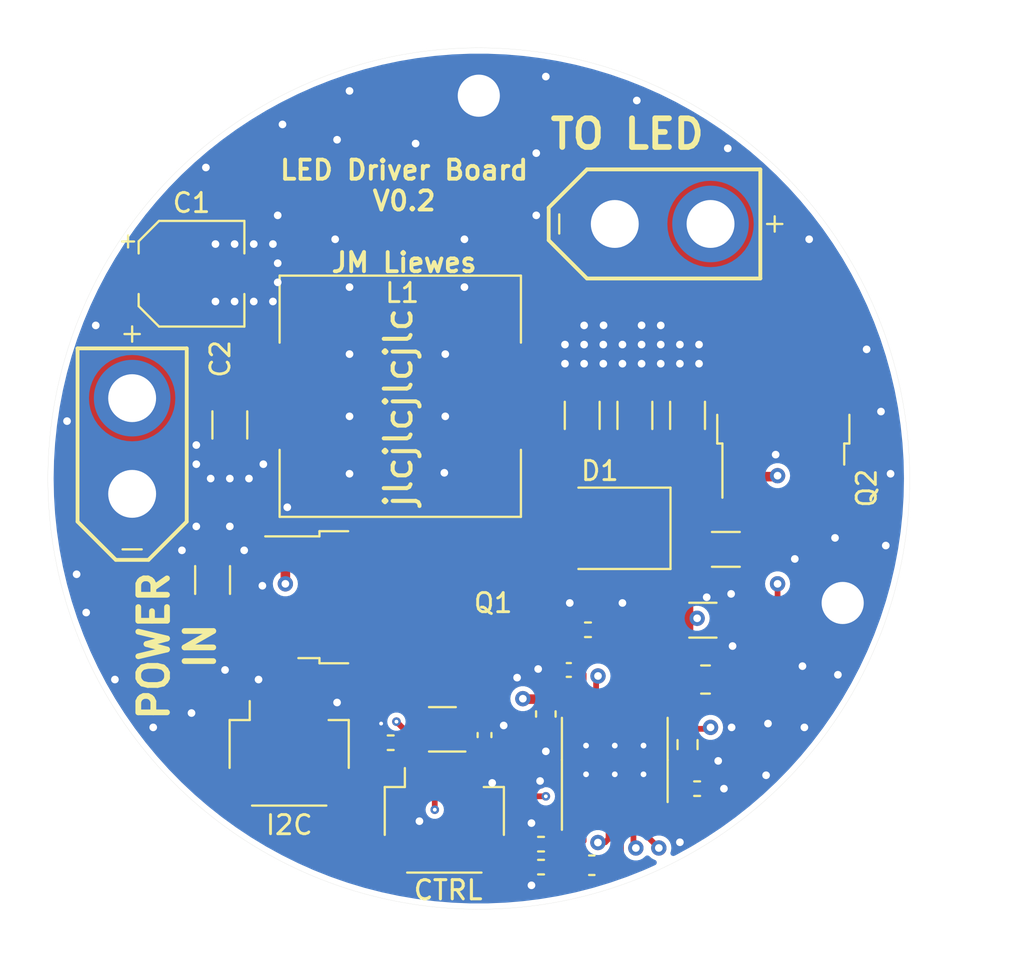
<source format=kicad_pcb>
(kicad_pcb (version 20211014) (generator pcbnew)
  (layers (0 "F.Cu" signal "F.Cu (Signal)") (1 "In1.Cu" power "In1.Cu (GND") (2 "In2.Cu" power "In2.Cu (GND)") (3 "In3.Cu" power "In3.Cu (GND)") (4 "In4.Cu" signal "In4.Cu(Signal)") (31 "B.Cu" power "B.Cu (GND)") (34 "B.Paste" user) (35 "F.Paste" user) (36 "B.SilkS" user "B.Silkscreen") (37 "F.SilkS" user "F.Silkscreen") (38 "B.Mask" user) (39 "F.Mask" user) (44 "Edge.Cuts" user))
  (net 0 "")
  (net 1 "GND")
  (net 2 "/VCC")
  (net 3 "/COMP")
  (net 4 "/RCS")
  (net 5 "/NDRV")
  (net 6 "/!DIMOUT")
  (net 7 "/ICTRL")
  (net 8 "/RT{slash}SYNC")
  (net 9 "/CS")
  (net 10 "/ISENSE-")
  (net 11 "/OPV")
  (net 12 "/comp_RC")
  (net 13 "/ISENSE+")
  (net 14 "/IN")
  (net 15 "/LED+")
  (net 16 "/!FTL")
  (net 17 "/PWMDIM")
  (net 18 "/V-out")
  (net 19 "/L-out")
  (net 20 "/Vout-FET")
  (net 21 "+3V3")
  (net 22 "/I2C_SDA")
  (net 23 "/I2C_SCL")
  (net 24 "/divider_high")
  (footprint "Package_TO_SOT_SMD:SOT-363_SC-70-6" (layer "F.Cu") (at 148.1 113.1 180)
    (fp_text reference "UR1")
    (fp_text value "MCP4018T-104E")
    (fp_line (start 0.7 -1.16) (end -1.2 -1.16) (layer "F.SilkS") (width 0.12))
    (fp_line (start -0.7 1.16) (end 0.7 1.16) (layer "F.SilkS") (width 0.12))
    (pad "1" smd rect (at -0.95 -0.65 180) (size 0.65 0.4) (layers "F.Cu" "F.Paste" "F.Mask") (net 21 "+3V3"))
    (pad "2" smd rect (at -0.95 0 180) (size 0.65 0.4) (layers "F.Cu" "F.Paste" "F.Mask") (net 1 "GND"))
    (pad "3" smd rect (at -0.95 0.65 180) (size 0.65 0.4) (layers "F.Cu" "F.Paste" "F.Mask") (net 23 "/I2C_SCL"))
    (pad "4" smd rect (at 0.95 0.65 180) (size 0.65 0.4) (layers "F.Cu" "F.Paste" "F.Mask") (net 22 "/I2C_SDA"))
    (pad "5" smd rect (at 0.95 0 180) (size 0.65 0.4) (layers "F.Cu" "F.Paste" "F.Mask") (net 7 "/ICTRL"))
    (pad "6" smd rect (at 0.95 -0.65 180) (size 0.65 0.4) (layers "F.Cu" "F.Paste" "F.Mask") (net 24 "/divider_high"))
  )
  (footprint "Resistor_SMD:R_0805_2012Metric" (layer "F.Cu") (at 161.8375 110.5)
    (fp_text reference "R7")
    (fp_text value "100R")
    (fp_line (start -0.227064 0.735) (end 0.227064 0.735) (layer "F.SilkS") (width 0.12))
    (fp_line (start -0.227064 -0.735) (end 0.227064 -0.735) (layer "F.SilkS") (width 0.12))
    (pad "1" smd roundrect (at -0.9125 0) (size 1.025 1.4) (layers "F.Cu" "F.Paste" "F.Mask") (roundrect_rratio 0.243902) (net 10 "/ISENSE-"))
    (pad "2" smd roundrect (at 0.9125 0) (size 1.025 1.4) (layers "F.Cu" "F.Paste" "F.Mask") (roundrect_rratio 0.243902) (net 20 "/Vout-FET"))
  )
  (footprint "Connector_JST:JST_SH_SM04B-SRSS-TB_1x04-1MP_P1.00mm_Horizontal" (layer "F.Cu") (at 148.2 117.9)
    (fp_text reference "J4")
    (fp_text value "JST_SM04B")
    (fp_line (start -3.11 -1.785) (end -2.06 -1.785) (layer "F.SilkS") (width 0.12))
    (fp_line (start -1.94 2.685) (end 1.94 2.685) (layer "F.SilkS") (width 0.12))
    (fp_line (start 3.11 -1.785) (end 2.06 -1.785) (layer "F.SilkS") (width 0.12))
    (fp_line (start 3.11 0.715) (end 3.11 -1.785) (layer "F.SilkS") (width 0.12))
    (fp_line (start -2.06 -1.785) (end -2.06 -2.775) (layer "F.SilkS") (width 0.12))
    (fp_line (start -3.11 0.715) (end -3.11 -1.785) (layer "F.SilkS") (width 0.12))
    (pad "1" smd roundrect (at -1.5 -2) (size 0.6 1.55) (layers "F.Cu" "F.Paste" "F.Mask") (net 21 "+3V3"))
    (pad "2" smd roundrect (at -0.5 -2) (size 0.6 1.55) (layers "F.Cu" "F.Paste" "F.Mask") (net 16 "/!FTL"))
    (pad "3" smd roundrect (at 0.5 -2) (size 0.6 1.55) (layers "F.Cu" "F.Paste" "F.Mask") (net 17 "/PWMDIM"))
    (pad "4" smd roundrect (at 1.5 -2) (size 0.6 1.55) (layers "F.Cu" "F.Paste" "F.Mask") (net 1 "GND"))
    (pad "MP" smd roundrect (at -2.8 1.875) (size 1.2 1.8) (layers "F.Cu" "F.Paste" "F.Mask") (roundrect_rratio 0.208333))
    (pad "MP" smd roundrect (at 2.8 1.875) (size 1.2 1.8) (layers "F.Cu" "F.Paste" "F.Mask") (roundrect_rratio 0.208333))
  )
  (footprint "Eldalote-footprints:XT30_Female" (layer "F.Cu") (at 159.6 86.7)
    (fp_text reference "J2")
    (fp_text value "XT30")
    (fp_line (start 5.1 -2.85) (end -3.95 -2.85) (layer "F.SilkS") (width 0.2))
    (fp_line (start 5.1 2.85) (end -3.95 2.85) (layer "F.SilkS") (width 0.2))
    (fp_line (start -5.95 0.85) (end -3.95 2.85) (layer "F.SilkS") (width 0.2))
    (fp_line (start -5.4 0.5) (end -5.4 -0.5) (layer "F.SilkS") (width 0.12))
    (fp_line (start -5.95 -0.85) (end -5.95 0.85) (layer "F.SilkS") (width 0.2))
    (fp_line (start 5.1 -2.85) (end 5.1 2.85) (layer "F.SilkS") (width 0.2))
    (fp_line (start 5.45 0) (end 6.25 0) (layer "F.SilkS") (width 0.12))
    (fp_line (start 5.85 -0.4) (end 5.85 0.4) (layer "F.SilkS") (width 0.12))
    (fp_line (start -5.95 -0.85) (end -3.95 -2.85) (layer "F.SilkS") (width 0.2))
    (pad "1" thru_hole circle (at -2.5 0) (size 4 4) (drill 2.5) (layers *.Cu *.Mask) (net 1 "GND"))
    (pad "2" thru_hole circle (at 2.5 0) (size 4 4) (drill 2.5) (layers *.Cu *.Mask) (net 15 "/LED+"))
  )
  (footprint "Capacitor_SMD:C_1206_3216Metric" (layer "F.Cu") (at 161.7 107.4)
    (fp_text reference "C9")
    (fp_text value "4u7")
    (fp_line (start -0.711252 0.91) (end 0.711252 0.91) (layer "F.SilkS") (width 0.12))
    (fp_line (start -0.711252 -0.91) (end 0.711252 -0.91) (layer "F.SilkS") (width 0.12))
    (pad "1" smd roundrect (at -1.475 0) (size 1.15 1.8) (layers "F.Cu" "F.Paste" "F.Mask") (roundrect_rratio 0.217391) (net 18 "/V-out"))
    (pad "2" smd roundrect (at 1.475 0) (size 1.15 1.8) (layers "F.Cu" "F.Paste" "F.Mask") (roundrect_rratio 0.217391) (net 1 "GND"))
  )
  (footprint "Eldalote-footprints:SRP-1265C" (layer "F.Cu") (at 145.9 95.7)
    (fp_text reference "L1" (at 0.1 -5.4 unlocked) (layer "F.SilkS"))
    (fp_text value "6u8")
    (fp_line (start 6.3 -6.3) (end -6.3 -6.3) (layer "F.SilkS") (width 0.12))
    (fp_line (start -6.3 -6.3) (end -6.3 -2.8) (layer "F.SilkS") (width 0.12))
    (fp_line (start -6.3 6.3) (end -6.3 2.8) (layer "F.SilkS") (width 0.12))
    (fp_line (start 6.3 6.3) (end -6.3 6.3) (layer "F.SilkS") (width 0.12))
    (fp_line (start 6.3 -6.3) (end 6.3 -2.8) (layer "F.SilkS") (width 0.12))
    (fp_line (start 6.3 6.3) (end 6.3 2.8) (layer "F.SilkS") (width 0.12))
    (pad "1" smd rect (at -5.625 0) (size 3.25 5) (layers "F.Cu" "F.Paste" "F.Mask") (net 14 "/IN"))
    (pad "2" smd rect (at 5.625 0) (size 3.25 5) (layers "F.Cu" "F.Paste" "F.Mask") (net 19 "/L-out"))
  )
  (footprint "Capacitor_SMD:C_1206_3216Metric" (layer "F.Cu") (at 158.15 96.7 90)
    (fp_text reference "C7")
    (fp_text value "4u7")
    (fp_line (start -0.711252 -0.91) (end 0.711252 -0.91) (layer "F.SilkS") (width 0.12))
    (fp_line (start -0.711252 0.91) (end 0.711252 0.91) (layer "F.SilkS") (width 0.12))
    (pad "1" smd roundrect (at -1.475 0 90) (size 1.15 1.8) (layers "F.Cu" "F.Paste" "F.Mask") (roundrect_rratio 0.217391) (net 18 "/V-out"))
    (pad "2" smd roundrect (at 1.475 0 90) (size 1.15 1.8) (layers "F.Cu" "F.Paste" "F.Mask") (roundrect_rratio 0.217391) (net 1 "GND"))
  )
  (footprint "Capacitor_SMD:C_0603_1608Metric" (layer "F.Cu") (at 155.9 120.2 180)
    (fp_text reference "C5")
    (fp_text value "220n")
    (fp_line (start -0.14058 -0.51) (end 0.14058 -0.51) (layer "F.SilkS") (width 0.12))
    (fp_line (start -0.14058 0.51) (end 0.14058 0.51) (layer "F.SilkS") (width 0.12))
    (pad "1" smd roundrect (at -0.775 0 180) (size 0.9 0.95) (layers "F.Cu" "F.Paste" "F.Mask") (net 3 "/COMP"))
    (pad "2" smd roundrect (at 0.775 0 180) (size 0.9 0.95) (layers "F.Cu" "F.Paste" "F.Mask") (net 12 "/comp_RC"))
  )
  (footprint "Resistor_SMD:R_1206_3216Metric" (layer "F.Cu") (at 136.1 105.3 -90)
    (fp_text reference "R9")
    (fp_text value "51m")
    (fp_line (start -0.727064 0.91) (end 0.727064 0.91) (layer "F.SilkS") (width 0.12))
    (fp_line (start -0.727064 -0.91) (end 0.727064 -0.91) (layer "F.SilkS") (width 0.12))
    (pad "1" smd roundrect (at -1.4625 0 270) (size 1.125 1.75) (layers "F.Cu" "F.Paste" "F.Mask") (roundrect_rratio 0.222222) (net 1 "GND"))
    (pad "2" smd roundrect (at 1.4625 0 270) (size 1.125 1.75) (layers "F.Cu" "F.Paste" "F.Mask") (roundrect_rratio 0.222222) (net 4 "/RCS"))
  )
  (footprint "MountingHole:MountingHole_2.2mm_M2" (layer "F.Cu") (at 150 80)
    (fp_text reference "REF**")
    (fp_text value "MountingHole_2.2mm_M2")
    (pad "" np_thru_hole circle (at 0 0) (size 2.2 2.2) (drill 2.2) (layers *.Cu *.Mask))
  )
  (footprint "Resistor_SMD:R_0603_1608Metric" (layer "F.Cu") (at 160.9 113.9 90)
    (fp_text reference "R5")
    (fp_text value "5M1")
    (fp_line (start -0.237258 -0.5225) (end 0.237258 -0.5225) (layer "F.SilkS") (width 0.12))
    (fp_line (start -0.237258 0.5225) (end 0.237258 0.5225) (layer "F.SilkS") (width 0.12))
    (pad "1" smd roundrect (at -0.825 0 90) (size 0.8 0.95) (layers "F.Cu" "F.Paste" "F.Mask") (net 11 "/OPV"))
    (pad "2" smd roundrect (at 0.825 0 90) (size 0.8 0.95) (layers "F.Cu" "F.Paste" "F.Mask") (net 18 "/V-out"))
  )
  (footprint "Capacitor_SMD:CP_Elec_5x5.3" (layer "F.Cu") (at 135 89.3)
    (fp_text reference "C1" (at 0 -3.7) (layer "F.SilkS"))
    (fp_text value "22u")
    (fp_line (start 2.76 -2.76) (end 2.76 -1.06) (layer "F.SilkS") (width 0.12))
    (fp_line (start -2.76 1.695563) (end -2.76 1.06) (layer "F.SilkS") (width 0.12))
    (fp_line (start -2.76 -1.695563) (end -2.76 -1.06) (layer "F.SilkS") (width 0.12))
    (fp_line (start -2.76 1.695563) (end -1.695563 2.76) (layer "F.SilkS") (width 0.12))
    (fp_line (start -1.695563 -2.76) (end 2.76 -2.76) (layer "F.SilkS") (width 0.12))
    (fp_line (start -2.76 -1.695563) (end -1.695563 -2.76) (layer "F.SilkS") (width 0.12))
    (fp_line (start -3.3125 -1.9975) (end -3.3125 -1.3725) (layer "F.SilkS") (width 0.12))
    (fp_line (start -3.625 -1.685) (end -3 -1.685) (layer "F.SilkS") (width 0.12))
    (fp_line (start -1.695563 2.76) (end 2.76 2.76) (layer "F.SilkS") (width 0.12))
    (fp_line (start 2.76 2.76) (end 2.76 1.06) (layer "F.SilkS") (width 0.12))
    (pad "1" smd roundrect (at -2.2 0) (size 3 1.6) (layers "F.Cu" "F.Paste" "F.Mask") (roundrect_rratio 0.15625) (net 14 "/IN"))
    (pad "2" smd roundrect (at 2.2 0) (size 3 1.6) (layers "F.Cu" "F.Paste" "F.Mask") (roundrect_rratio 0.15625) (net 1 "GND"))
  )
  (footprint "Capacitor_SMD:C_0402_1005Metric" (layer "F.Cu") (at 150.3 113.4 90)
    (fp_text reference "C10")
    (fp_text value "100n")
    (fp_line (start -0.107836 0.36) (end 0.107836 0.36) (layer "F.SilkS") (width 0.12))
    (fp_line (start -0.107836 -0.36) (end 0.107836 -0.36) (layer "F.SilkS") (width 0.12))
    (pad "1" smd roundrect (at -0.48 0 90) (size 0.56 0.62) (layers "F.Cu" "F.Paste" "F.Mask") (net 21 "+3V3"))
    (pad "2" smd roundrect (at 0.48 0 90) (size 0.56 0.62) (layers "F.Cu" "F.Paste" "F.Mask") (net 1 "GND"))
  )
  (footprint "Package_SO:HTSSOP-16-1EP_4.4x5mm_P0.65mm_EP3.4x5mm_Mask2.46x2.31mm_ThermalVias" (layer "F.Cu") (at 157.1 114.7 90)
    (fp_text reference "U1")
    (fp_text value "MAX16833")
    (fp_line (start 0 2.76) (end -2.2 2.76) (layer "F.SilkS") (width 0.12))
    (fp_line (start 0 -2.76) (end 2.2 -2.76) (layer "F.SilkS") (width 0.12))
    (fp_line (start 0 -2.76) (end -3.65 -2.76) (layer "F.SilkS") (width 0.12))
    (fp_line (start 0 2.76) (end 2.2 2.76) (layer "F.SilkS") (width 0.12))
    (pad "1" smd roundrect (at -2.8625 -2.275 90) (size 1.575 0.4) (layers "F.Cu" "F.Paste" "F.Mask") (net 1 "GND"))
    (pad "2" smd roundrect (at -2.8625 -1.625 90) (size 1.575 0.4) (layers "F.Cu" "F.Paste" "F.Mask") (net 8 "/RT{slash}SYNC"))
    (pad "3" smd roundrect (at -2.8625 -0.975 90) (size 1.575 0.4) (layers "F.Cu" "F.Paste" "F.Mask") (net 1 "GND"))
    (pad "4" smd roundrect (at -2.8625 -0.325 90) (size 1.575 0.4) (layers "F.Cu" "F.Paste" "F.Mask") (net 7 "/ICTRL"))
    (pad "5" smd roundrect (at -2.8625 0.325 90) (size 1.575 0.4) (layers "F.Cu" "F.Paste" "F.Mask") (net 3 "/COMP"))
    (pad "6" smd roundrect (at -2.8625 0.975 90) (size 1.575 0.4) (layers "F.Cu" "F.Paste" "F.Mask") (net 16 "/!FTL"))
    (pad "7" smd roundrect (at -2.8625 1.625 90) (size 1.575 0.4) (layers "F.Cu" "F.Paste" "F.Mask") (net 17 "/PWMDIM"))
    (pad "8" smd roundrect (at -2.8625 2.275 90) (size 1.575 0.4) (layers "F.Cu" "F.Paste" "F.Mask") (net 11 "/OPV"))
    (pad "9" smd roundrect (at 2.8625 2.275 90) (size 1.575 0.4) (layers "F.Cu" "F.Paste" "F.Mask") (net 6 "/!DIMOUT"))
    (pad "10" smd roundrect (at 2.8625 1.625 90) (size 1.575 0.4) (layers "F.Cu" "F.Paste" "F.Mask") (net 10 "/ISENSE-"))
    (pad "11" smd roundrect (at 2.8625 0.975 90) (size 1.575 0.4) (layers "F.Cu" "F.Paste" "F.Mask") (net 13 "/ISENSE+"))
    (pad "12" smd roundrect (at 2.8625 0.325 90) (size 1.575 0.4) (layers "F.Cu" "F.Paste" "F.Mask") (net 9 "/CS"))
    (pad "13" smd roundrect (at 2.8625 -0.325 90) (size 1.575 0.4) (layers "F.Cu" "F.Paste" "F.Mask") (net 1 "GND"))
    (pad "14" smd roundrect (at 2.8625 -0.975 90) (size 1.575 0.4) (layers "F.Cu" "F.Paste" "F.Mask") (net 5 "/NDRV"))
    (pad "15" smd roundrect (at 2.8625 -1.625 90) (size 1.575 0.4) (layers "F.Cu" "F.Paste" "F.Mask") (net 2 "/VCC"))
    (pad "16" smd roundrect (at 2.8625 -2.275 90) (size 1.575 0.4) (layers "F.Cu" "F.Paste" "F.Mask") (net 14 "/IN"))
    (pad "17" thru_hole circle (at 0.75 1.5 90) (size 0.7 0.7) (drill 0.3) (layers *.Cu) (net 1 "GND"))
    (pad "17" thru_hole circle (at 0.75 -1.5 90) (size 0.7 0.7) (drill 0.3) (layers *.Cu) (net 1 "GND"))
    (pad "17" thru_hole circle (at -0.75 -1.5 90) (size 0.7 0.7) (drill 0.3) (layers *.Cu) (net 1 "GND"))
    (pad "17" thru_hole circle (at -0.75 1.5 90) (size 0.7 0.7) (drill 0.3) (layers *.Cu) (net 1 "GND"))
    (pad "17" smd rect (at 0 0 90) (size 2 3.5) (layers "B.Cu") (net 1 "GND"))
    (pad "17" thru_hole circle (at -0.75 0 90) (size 0.7 0.7) (drill 0.3) (layers *.Cu) (net 1 "GND"))
    (pad "17" smd rect (at 0 0 90) (size 3.4 5) (layers "F.Cu") (net 1 "GND"))
    (pad "17" thru_hole circle (at 0.75 0 90) (size 0.7 0.7) (drill 0.3) (layers *.Cu) (net 1 "GND"))
  )
  (footprint "Resistor_SMD:R_0402_1005Metric" (layer "F.Cu") (at 153.25 120.3)
    (fp_text reference "R8")
    (fp_text value "910R")
    (fp_line (start -0.153641 0.38) (end 0.153641 0.38) (layer "F.SilkS") (width 0.12))
    (fp_line (start -0.153641 -0.38) (end 0.153641 -0.38) (layer "F.SilkS") (width 0.12))
    (pad "1" smd roundrect (at -0.51 0) (size 0.54 0.64) (layers "F.Cu" "F.Paste" "F.Mask") (net 1 "GND"))
    (pad "2" smd roundrect (at 0.51 0) (size 0.54 0.64) (layers "F.Cu" "F.Paste" "F.Mask") (net 12 "/comp_RC"))
  )
  (footprint "Resistor_SMD:R_1206_3216Metric" (layer "F.Cu") (at 162.9 103.7 180)
    (fp_text reference "R6")
    (fp_text value "330m")
    (fp_line (start -0.727064 0.91) (end 0.727064 0.91) (layer "F.SilkS") (width 0.12))
    (fp_line (start -0.727064 -0.91) (end 0.727064 -0.91) (layer "F.SilkS") (width 0.12))
    (pad "1" smd roundrect (at -1.4625 0 180) (size 1.125 1.75) (layers "F.Cu" "F.Paste" "F.Mask") (roundrect_rratio 0.222222) (net 20 "/Vout-FET"))
    (pad "2" smd roundrect (at 1.4625 0 180) (size 1.125 1.75) (layers "F.Cu" "F.Paste" "F.Mask") (roundrect_rratio 0.222222) (net 18 "/V-out"))
  )
  (footprint "Capacitor_SMD:C_1206_3216Metric" (layer "F.Cu") (at 155.4 96.7 90)
    (fp_text reference "C8")
    (fp_text value "4u7")
    (fp_line (start -0.711252 0.91) (end 0.711252 0.91) (layer "F.SilkS") (width 0.12))
    (fp_line (start -0.711252 -0.91) (end 0.711252 -0.91) (layer "F.SilkS") (width 0.12))
    (pad "1" smd roundrect (at -1.475 0 90) (size 1.15 1.8) (layers "F.Cu" "F.Paste" "F.Mask") (roundrect_rratio 0.217391) (net 18 "/V-out"))
    (pad "2" smd roundrect (at 1.475 0 90) (size 1.15 1.8) (layers "F.Cu" "F.Paste" "F.Mask") (roundrect_rratio 0.217391) (net 1 "GND"))
  )
  (footprint "Eldalote-footprints:XT30" (layer "F.Cu") (at 131.9 98.3 90)
    (fp_text reference "J1")
    (fp_text value "XT30")
    (fp_line (start 5.1 -2.85) (end 5.1 2.85) (layer "F.SilkS") (width 0.2))
    (fp_line (start -5.95 -0.85) (end -5.95 0.85) (layer "F.SilkS") (width 0.2))
    (fp_line (start 5.1 -2.85) (end -3.95 -2.85) (layer "F.SilkS") (width 0.2))
    (fp_line (start -5.95 0.85) (end -3.95 2.85) (layer "F.SilkS") (width 0.2))
    (fp_line (start -5.95 -0.85) (end -3.95 -2.85) (layer "F.SilkS") (width 0.2))
    (fp_line (start 5.45 0) (end 6.25 0) (layer "F.SilkS") (width 0.12))
    (fp_line (start 5.1 2.85) (end -3.95 2.85) (layer "F.SilkS") (width 0.2))
    (fp_line (start 5.85 -0.4) (end 5.85 0.4) (layer "F.SilkS") (width 0.12))
    (fp_line (start -5.4 0.5) (end -5.4 -0.5) (layer "F.SilkS") (width 0.12))
    (pad "1" thru_hole circle (at -2.5 0 90) (size 4 4) (drill 2.5) (layers *.Cu *.Mask) (net 1 "GND"))
    (pad "2" thru_hole circle (at 2.5 0 90) (size 4 4) (drill 2.5) (layers *.Cu *.Mask) (net 14 "/IN"))
  )
  (footprint "Resistor_SMD:R_0402_1005Metric" (layer "F.Cu") (at 153.25 119.1)
    (fp_text reference "R1")
    (fp_text value "7k32")
    (fp_line (start -0.153641 0.38) (end 0.153641 0.38) (layer "F.SilkS") (width 0.12))
    (fp_line (start -0.153641 -0.38) (end 0.153641 -0.38) (layer "F.SilkS") (width 0.12))
    (pad "1" smd roundrect (at -0.51 0) (size 0.54 0.64) (layers "F.Cu" "F.Paste" "F.Mask") (net 1 "GND"))
    (pad "2" smd roundrect (at 0.51 0) (size 0.54 0.64) (layers "F.Cu" "F.Paste" "F.Mask") (net 8 "/RT{slash}SYNC"))
  )
  (footprint "Capacitor_SMD:C_0603_1608Metric" (layer "F.Cu") (at 153.5 112.3 -90)
    (fp_text reference "C3")
    (fp_text value "100n")
    (fp_line (start -0.14058 -0.51) (end 0.14058 -0.51) (layer "F.SilkS") (width 0.12))
    (fp_line (start -0.14058 0.51) (end 0.14058 0.51) (layer "F.SilkS") (width 0.12))
    (pad "1" smd roundrect (at -0.775 0 270) (size 0.9 0.95) (layers "F.Cu" "F.Paste" "F.Mask") (net 14 "/IN"))
    (pad "2" smd roundrect (at 0.775 0 270) (size 0.9 0.95) (layers "F.Cu" "F.Paste" "F.Mask") (net 1 "GND"))
  )
  (footprint "Resistor_SMD:R_0402_1005Metric" (layer "F.Cu") (at 145.4 113.8 180)
    (fp_text reference "R2")
    (fp_text value "100k")
    (fp_line (start -0.153641 0.38) (end 0.153641 0.38) (layer "F.SilkS") (width 0.12))
    (fp_line (start -0.153641 -0.38) (end 0.153641 -0.38) (layer "F.SilkS") (width 0.12))
    (pad "1" smd roundrect (at -0.51 0 180) (size 0.54 0.64) (layers "F.Cu" "F.Paste" "F.Mask") (net 24 "/divider_high"))
    (pad "2" smd roundrect (at 0.51 0 180) (size 0.54 0.64) (layers "F.Cu" "F.Paste" "F.Mask") (net 21 "+3V3"))
  )
  (footprint "Capacitor_SMD:C_0402_1005Metric" (layer "F.Cu") (at 154.7 110)
    (fp_text reference "C4")
    (fp_text value "1u")
    (fp_line (start -0.107836 0.36) (end 0.107836 0.36) (layer "F.SilkS") (width 0.12))
    (fp_line (start -0.107836 -0.36) (end 0.107836 -0.36) (layer "F.SilkS") (width 0.12))
    (pad "1" smd roundrect (at -0.48 0) (size 0.56 0.62) (layers "F.Cu" "F.Paste" "F.Mask") (net 1 "GND"))
    (pad "2" smd roundrect (at 0.48 0) (size 0.56 0.62) (layers "F.Cu" "F.Paste" "F.Mask") (net 2 "/VCC"))
  )
  (footprint "Connector_JST:JST_SH_SM04B-SRSS-TB_1x04-1MP_P1.00mm_Horizontal" (layer "F.Cu") (at 140.1 114.4)
    (fp_text reference "J3")
    (fp_text value "JST_SM04B")
    (fp_line (start -3.11 -1.785) (end -2.06 -1.785) (layer "F.SilkS") (width 0.12))
    (fp_line (start -2.06 -1.785) (end -2.06 -2.775) (layer "F.SilkS") (width 0.12))
    (fp_line (start 3.11 -1.785) (end 2.06 -1.785) (layer "F.SilkS") (width 0.12))
    (fp_line (start -3.11 0.715) (end -3.11 -1.785) (layer "F.SilkS") (width 0.12))
    (fp_line (start 3.11 0.715) (end 3.11 -1.785) (layer "F.SilkS") (width 0.12))
    (fp_line (start -1.94 2.685) (end 1.94 2.685) (layer "F.SilkS") (width 0.12))
    (pad "1" smd roundrect (at -1.5 -2) (size 0.6 1.55) (layers "F.Cu" "F.Paste" "F.Mask") (net 21 "+3V3"))
    (pad "2" smd roundrect (at -0.5 -2) (size 0.6 1.55) (layers "F.Cu" "F.Paste" "F.Mask") (net 22 "/I2C_SDA"))
    (pad "3" smd roundrect (at 0.5 -2) (size 0.6 1.55) (layers "F.Cu" "F.Paste" "F.Mask") (net 23 "/I2C_SCL"))
    (pad "4" smd roundrect (at 1.5 -2) (size 0.6 1.55) (layers "F.Cu" "F.Paste" "F.Mask") (net 1 "GND"))
    (pad "MP" smd roundrect (at 2.8 1.875) (size 1.2 1.8) (layers "F.Cu" "F.Paste" "F.Mask") (roundrect_rratio 0.208333))
    (pad "MP" smd roundrect (at -2.8 1.875) (size 1.2 1.8) (layers "F.Cu" "F.Paste" "F.Mask") (roundrect_rratio 0.208333))
  )
  (footprint "Capacitor_SMD:C_1206_3216Metric" (layer "F.Cu") (at 137 97.2 -90)
    (fp_text reference "C2" (at -3.45 0.5 -270) (layer "F.SilkS"))
    (fp_text value "10u ")
    (fp_line (start -0.711252 -0.91) (end 0.711252 -0.91) (layer "F.SilkS") (width 0.12))
    (fp_line (start -0.711252 0.91) (end 0.711252 0.91) (layer "F.SilkS") (width 0.12))
    (pad "1" smd roundrect (at -1.475 0 270) (size 1.15 1.8) (layers "F.Cu" "F.Paste" "F.Mask") (roundrect_rratio 0.217391) (net 14 "/IN"))
    (pad "2" smd roundrect (at 1.475 0 270) (size 1.15 1.8) (layers "F.Cu" "F.Paste" "F.Mask") (roundrect_rratio 0.217391) (net 1 "GND"))
  )
  (footprint "Capacitor_SMD:C_1206_3216Metric" (layer "F.Cu") (at 160.9 96.7 90)
    (fp_text reference "C6")
    (fp_text value "4u7")
    (fp_line (start -0.711252 -0.91) (end 0.711252 -0.91) (layer "F.SilkS") (width 0.12))
    (fp_line (start -0.711252 0.91) (end 0.711252 0.91) (layer "F.SilkS") (width 0.12))
    (pad "1" smd roundrect (at -1.475 0 90) (size 1.15 1.8) (layers "F.Cu" "F.Paste" "F.Mask") (roundrect_rratio 0.217391) (net 18 "/V-out"))
    (pad "2" smd roundrect (at 1.475 0 90) (size 1.15 1.8) (layers "F.Cu" "F.Paste" "F.Mask") (roundrect_rratio 0.217391) (net 1 "GND"))
  )
  (footprint "NetTie:NetTie-2_SMD_Pad0.5mm" (layer "F.Cu") (at 158.5 106.75 90)
    (fp_text reference "NT1")
    (fp_text value "NetTie_2")
    (fp_poly (pts (xy -0.5 -0.25) (xy 0.5 -0.25) (xy 0.5 0.25) (xy -0.5 0.25)) (layer "F.Cu") (width 0) (fill solid))
    (pad "1" smd circle (at -0.5 0 90) (size 0.5 0.5) (layers "F.Cu") (net 13 "/ISENSE+"))
    (pad "2" smd circle (at 0.5 0 90) (size 0.5 0.5) (layers "F.Cu") (net 18 "/V-out"))
  )
  (footprint "Package_TO_SOT_SMD:TO-252-2" (layer "F.Cu") (at 165.9 95.7 90)
    (fp_text reference "Q2" (at -4.8 4.35 90) (layer "F.SilkS"))
    (fp_text value "SUD50P10-43L-GE3")
    (fp_line (start -2.47 -3.18) (end -5.3 -3.18) (layer "F.SilkS") (width 0.12))
    (fp_line (start -2.47 -3.45) (end -2.47 -3.18) (layer "F.SilkS") (width 0.12))
    (fp_line (start -2.47 3.45) (end -2.47 3.18) (layer "F.SilkS") (width 0.12))
    (fp_line (start -0.97 3.45) (end -2.47 3.45) (layer "F.SilkS") (width 0.12))
    (fp_line (start -0.97 -3.45) (end -2.47 -3.45) (layer "F.SilkS") (width 0.12))
    (fp_line (start -2.47 3.18) (end -3.57 3.18) (layer "F.SilkS") (width 0.12))
    (pad "1" smd rect (at -4.2 -2.28 90) (size 2.2 1.2) (layers "F.Cu" "F.Paste" "F.Mask") (net 6 "/!DIMOUT"))
    (pad "2" smd rect (at 2.1 0 90) (size 6.4 5.8) (layers "F.Cu" "F.Mask") (net 15 "/LED+"))
    (pad "3" smd rect (at -4.2 2.28 90) (size 2.2 1.2) (layers "F.Cu" "F.Paste" "F.Mask") (net 20 "/Vout-FET"))
  )
  (footprint "MountingHole:MountingHole_2.2mm_M2" (layer "F.Cu") (at 169 106.5)
    (fp_text reference "REF**")
    (fp_text value "MountingHole_2.2mm_M2")
    (pad "" np_thru_hole circle (at 0 0) (size 2.2 2.2) (drill 2.2) (layers *.Mask "F.Cu" "In1.Cu" "In2.Cu" "In3.Cu" "In4.Cu" "B.Cu"))
  )
  (footprint "Resistor_SMD:R_0402_1005Metric" (layer "F.Cu") (at 155.7 107.9 180)
    (fp_text reference "R4")
    (fp_text value "4k7")
    (fp_line (start -0.153641 -0.38) (end 0.153641 -0.38) (layer "F.SilkS") (width 0.12))
    (fp_line (start -0.153641 0.38) (end 0.153641 0.38) (layer "F.SilkS") (width 0.12))
    (pad "1" smd roundrect (at -0.51 0 180) (size 0.54 0.64) (layers "F.Cu" "F.Paste" "F.Mask") (net 9 "/CS"))
    (pad "2" smd roundrect (at 0.51 0 180) (size 0.54 0.64) (layers "F.Cu" "F.Paste" "F.Mask") (net 4 "/RCS"))
  )
  (footprint "Diode_SMD:D_PowerDI-5" (layer "F.Cu") (at 156.2 102.6 180)
    (fp_text reference "D1" (at -0.12 3) (layer "F.SilkS"))
    (fp_text value "D_Schottky")
    (fp_line (start -3.81 2.125) (end -3.81 -2.125) (layer "F.SilkS") (width 0.12))
    (fp_line (start 1 -2.125) (end -3.81 -2.125) (layer "F.SilkS") (width 0.12))
    (fp_line (start -3.81 2.125) (end 1 2.125) (layer "F.SilkS") (width 0.12))
    (pad "1" smd rect (at -1.12 0) (size 4.86 3.36) (layers "F.Cu" "F.Paste" "F.Mask") (net 18 "/V-out"))
    (pad "2" smd rect (at 2.862 0.92) (size 1.4 1.39) (layers "F.Cu" "F.Paste" "F.Mask") (net 19 "/L-out"))
    (pad "2" smd rect (at 2.862 -0.92) (size 1.4 1.39) (layers "F.Cu" "F.Paste" "F.Mask") (net 19 "/L-out"))
  )
  (footprint "Package_TO_SOT_SMD:TO-252-2" (layer "F.Cu") (at 144.15 106.2)
    (fp_text reference "Q1" (at 6.6 0.3) (layer "F.SilkS"))
    (fp_text value "Q_NMOS_GDS")
    (fp_line (start -2.47 3.18) (end -3.57 3.18) (layer "F.SilkS") (width 0.12))
    (fp_line (start -2.47 -3.45) (end -2.47 -3.18) (layer "F.SilkS") (width 0.12))
    (fp_line (start -0.97 -3.45) (end -2.47 -3.45) (layer "F.SilkS") (width 0.12))
    (fp_line (start -2.47 -3.18) (end -5.3 -3.18) (layer "F.SilkS") (width 0.12))
    (fp_line (start -0.97 3.45) (end -2.47 3.45) (layer "F.SilkS") (width 0.12))
    (fp_line (start -2.47 3.45) (end -2.47 3.18) (layer "F.SilkS") (width 0.12))
    (pad "1" smd rect (at -4.2 -2.28) (size 2.2 1.2) (layers "F.Cu" "F.Paste" "F.Mask") (net 5 "/NDRV"))
    (pad "2" smd rect (at 2.1 0) (size 6.4 5.8) (layers "F.Cu" "F.Mask") (net 19 "/L-out"))
    (pad "3" smd rect (at -4.2 2.28) (size 2.2 1.2) (layers "F.Cu" "F.Paste" "F.Mask") (net 4 "/RCS"))
  )
  (footprint "Resistor_SMD:R_0402_1005Metric" (layer "F.Cu") (at 161.4 116.2 180)
    (fp_text reference "R10")
    (fp_text value "100k")
    (fp_line (start -0.153641 0.38) (end 0.153641 0.38) (layer "F.SilkS") (width 0.12))
    (fp_line (start -0.153641 -0.38) (end 0.153641 -0.38) (layer "F.SilkS") (width 0.12))
    (pad "1" smd roundrect (at -0.51 0 180) (size 0.54 0.64) (layers "F.Cu" "F.Paste" "F.Mask") (net 1 "GND"))
    (pad "2" smd roundrect (at 0.51 0 180) (size 0.54 0.64) (layers "F.Cu" "F.Paste" "F.Mask") (net 11 "/OPV"))
  )
  (gr_circle locked (center 150 100) (end 172.5 100) (layer "Edge.Cuts") (width 0.01) (fill none))
  (gr_text "I2C" (at 140.1 118.1) (layer "F.SilkS") (effects (font (size 1 1))))
  (gr_text "CTRL" (at 148.4 121.5) (layer "F.SilkS") (effects (font (size 1 1) (thickness 0.16))))
  (gr_text "LED Driver Board\nV0.2\n\nJM Liewes" (at 146.1 86.3) (layer "F.SilkS") (effects (font (size 1 1) (thickness 0.2))))
  (gr_text "jlcjlcjlcjlc" (at 145.8 96.3 90) (layer "F.SilkS") (effects (font (size 1.4 1.4) (thickness 0.21))))
  (gr_text "POWER\nIN" (at 134.25 108.75 90) (layer "F.SilkS") (effects (font (size 1.5 1.5) (thickness 0.3))))
  (gr_text "TO LED\n" (at 157.75 82) (layer "F.SilkS") (effects (font (size 1.5 1.5) (thickness 0.3))))
  (segment (start 152.74 118.01) (end 152.75 118) (width 0.3) (layer "F.Cu") (net 1))
  (segment (start 153.5 114.25) (end 153.5 113.03) (width 0.3) (layer "F.Cu") (net 1))
  (segment (start 151.28 112.92) (end 151.3 112.9) (width 0.3) (layer "F.Cu") (net 1))
  (segment (start 154.825 116.225) (end 155.6 115.45) (width 0.3) (layer "F.Cu") (net 1))
  (segment (start 141.6 112.4) (end 141.9 112.4) (width 0.3) (layer "F.Cu") (net 1))
  (segment (start 156.775 111.8375) (end 156.775 114.375) (width 0.3) (layer "F.Cu") (net 1))
  (segment (start 163.25 107.475) (end 163.175 107.4) (width 0.5) (layer "F.Cu") (net 1))
  (segment (start 150.12 113.1) (end 150.3 112.92) (width 0.3) (layer "F.Cu") (net 1))
  (segment (start 152.74 119.1) (end 152.74 118.01) (width 0.3) (layer "F.Cu") (net 1))
  (segment (start 152.75 120.31) (end 152.74 120.3) (width 0.3) (layer "F.Cu") (net 1))
  (segment (start 156.125 115.675) (end 157.1 114.7) (width 0.3) (layer "F.Cu") (net 1))
  (segment (start 156.775 114.375) (end 157.1 114.7) (width 0.3) (layer "F.Cu") (net 1))
  (segment (start 150.3 112.92) (end 151.28 112.92) (width 0.3) (layer "F.Cu") (net 1))
  (segment (start 149.7 115.9) (end 150.7 115.9) (width 0.3) (layer "F.Cu") (net 1))
  (segment (start 163.175 106.025) (end 163.175 107.4) (width 0.5) (layer "F.Cu") (net 1))
  (segment (start 163.25 108.75) (end 163.25 107.475) (width 0.5) (layer "F.Cu") (net 1))
  (segment (start 154.22 109.95) (end 153.1 109.95) (width 0.3) (layer "F.Cu") (net 1))
  (segment (start 161.91 116.2) (end 162.8 116.2) (width 0.3) (layer "F.Cu") (net 1))
  (segment (start 152.75 121.25) (end 152.75 120.31) (width 0.3) (layer "F.Cu") (net 1))
  (segment (start 149.05 113.1) (end 150.12 113.1) (width 0.3) (layer "F.Cu") (net 1))
  (segment (start 154.825 117.5625) (end 154.825 116.225) (width 0.3) (layer "F.Cu") (net 1))
  (segment (start 141.9 112.4) (end 142.6 111.7) (width 0.3) (layer "F.Cu") (net 1))
  (segment (start 156.125 117.5625) (end 156.125 115.675) (width 0.3) (layer "F.Cu") (net 1))
  (via (at 158.25 80.25) (size 0.8) (drill 0.4) (layers "F.Cu" "B.Cu") (net 1))
  (via (at 144.9 112.8) (size 0.45) (drill 0.2) (layers "F.Cu" "B.Cu") (net 1))
  (via (at 163 82.75) (size 0.8) (drill 0.4) (layers "F.Cu" "B.Cu") (net 1))
  (via (at 143.25 99.75) (size 0.8) (drill 0.4) (layers "F.Cu" "B.Cu") (net 1))
  (via (at 159.5 92) (size 0.8) (drill 0.4) (layers "F.Cu" "B.Cu") (net 1))
  (via (at 161.9 106.2) (size 0.8) (drill 0.4) (layers "F.Cu" "B.Cu") (net 1))
  (via (at 136 100) (size 0.8) (drill 0.4) (layers "F.Cu" "B.Cu") (net 1))
  (via (at 139.25 90.75) (size 0.8) (drill 0.4) (layers "F.Cu" "B.Cu") (net 1))
  (via (at 143.25 96.75) (size 0.8) (drill 0.4) (layers "F.Cu" "B.Cu") (net 1))
  (via (at 165.1 112.8) (size 0.8) (drill 0.4) (layers "F.Cu" "B.Cu") (net 1))
  (via (at 171 96.5) (size 0.8) (drill 0.4) (layers "F.Cu" "B.Cu") (net 1))
  (via (at 136.75 110) (size 0.8) (drill 0.4) (layers "F.Cu" "B.Cu") (net 1))
  (via (at 155.5 93) (size 0.8) (drill 0.4) (layers "F.Cu" "B.Cu") (net 1))
  (via (at 154.75 106.5) (size 0.8) (drill 0.4) (layers "F.Cu" "B.Cu") (net 1))
  (via (at 167.25 87.5) (size 0.8) (drill 0.4) (layers "F.Cu" "B.Cu") (net 1))
  (via (at 155.5 94) (size 0.8) (drill 0.4) (layers "F.Cu" "B.Cu") (net 1))
  (via (at 143.25 93.5) (size 0.8) (drill 0.4) (layers "F.Cu" "B.Cu") (net 1))
  (via (at 139.5 86.25) (size 0.8) (drill 0.4) (layers "F.Cu" "B.Cu") (net 1))
  (via (at 137.25 90.75) (size 0.8) (drill 0.4) (layers "F.Cu" "B.Cu") (net 1))
  (via (at 159.5 94) (size 0.8) (drill 0.4) (layers "F.Cu" "B.Cu") (net 1))
  (via (at 137.25 87.75) (size 0.8) (drill 0.4) (layers "F.Cu" "B.Cu") (net 1))
  (via (at 135.25 102.5) (size 0.8) (drill 0.4) (layers "F.Cu" "B.Cu") (net 1))
  (via (at 138.25 90.75) (size 0.8) (drill 0.4) (layers "F.Cu" "B.Cu") (net 1))
  (via (at 165 115.5) (size 0.8) (drill 0.4) (layers "F.Cu" "B.Cu") (net 1))
  (via (at 162.5 114.75) (size 0.8) (drill 0.4) (layers "F.Cu" "B.Cu") (net 1))
  (via (at 154.5 94) (size 0.8) (drill 0.4) (layers "F.Cu" "B.Cu") (net 1))
  (via (at 158.5 94) (size 0.8) (drill 0.4) (layers "F.Cu" "B.Cu") (net 1))
  (via (at 155.5 92) (size 0.8) (drill 0.4) (layers "F.Cu" "B.Cu") (net 1))
  (via (at 142.6 82.3) (size 0.8) (drill 0.4) (layers "F.Cu" "B.Cu") (net 1))
  (via (at 157.5 94) (size 0.8) (drill 0.4) (layers "F.Cu" "B.Cu") (net 1))
  (via (at 146.9 117.9) (size 0.8) (drill 0.4) (layers "F.Cu" "B.Cu") (net 1))
  (via (at 167 113) (size 0.8) (drill 0.4) (layers "F.Cu" "B.Cu") (net 1))
  (via (at 163.25 108.75) (size 0.8) (drill 0.4) (layers "F.Cu" "B.Cu") (net 1))
  (via (at 128.5 97) (size 0.8) (drill 0.4) (layers "F.Cu" "B.Cu") (net 1))
  (via (at 137 102.5) (size 0.8) (drill 0.4) (layers "F.Cu" "B.Cu") (net 1))
  (via (at 136.25 87.75) (size 0.8) (drill 0.4) (layers "F.Cu" "B.Cu") (net 1))
  (via (at 142.5 87.5) (size 0.8) (drill 0.4) (layers "F.Cu" "B.Cu") (net 1))
  (via (at 139.75 81.5) (size 0.8) (drill 0.4) (layers "F.Cu" "B.Cu") (net 1))
  (via (at 163.175 106.025) (size 0.8) (drill 0.4) (layers "F.Cu" "B.Cu") (net 1))
  (via (at 166.5 104.2) (size 0.8) (drill 0.4) (layers "F.Cu" "B.Cu") (net 1))
  (via (at 158.5 93) (size 0.8) (drill 0.4) (layers "F.Cu" "B.Cu") (net 1))
  (via (at 139.5 89.75) (size 0.8) (drill 0.4) (layers "F.Cu" "B.Cu") (net 1))
  (via (at 154.5 93) (size 0.8) (drill 0.4) (layers "F.Cu" "B.Cu") (net 1))
  (via (at 166.9 109.8) (size 0.8) (drill 0.4) (layers "F.Cu" "B.Cu") (net 1))
  (via (at 161.5 93) (size 0.8) (drill 0.4) (layers "F.Cu" "B.Cu") (net 1))
  (via (at 159.5 93) (size 0.8) (drill 0.4) (layers "F.Cu" "B.Cu") (net 1))
  (via (at 136.25 90.75) (size 0.8) (drill 0.4) (layers "F.Cu" "B.Cu") (net 1))
  (via (at 152.75 118) (size 0.8) (drill 0.4) (layers "F.Cu" "B.Cu") (net 1))
  (via (at 160.5 93) (size 0.8) (drill 0.4) (layers "F.Cu" "B.Cu") (net 1))
  (via (at 130 92) (size 0.8) (drill 0.4) (layers "F.Cu" "B.Cu") (net 1))
  (via (at 131 110.5) (size 0.8) (drill 0.4) (layers "F.Cu" "B.Cu") (net 1))
  (via (at 139.25 87.75) (size 0.8) (drill 0.4) (layers "F.Cu" "B.Cu") (net 1))
  (via (at 135.25 98.25) (size 0.8) (drill 0.4) (layers "F.Cu" "B.Cu") (net 1))
  (via (at 153.2 115.8) (size 0.8) (drill 0.4) (layers "F.Cu" "B.Cu") (net 1))
  (via (at 170.25 93.25) (size 0.8) (drill 0.4) (layers "F.Cu" "B.Cu") (net 1))
  (via (at 151.3 112.9) (size 0.8) (drill 0.4) (layers "F.Cu" "B.Cu") (net 1))
  (via (at 135 112.25) (size 0.8) (drill 0.4) (layers "F.Cu" "B.Cu") (net 1))
  (via (at 129.5 107) (size 0.8) (drill 0.4) (layers "F.Cu" "B.Cu") (net 1))
  (via (at 140 101.5) (size 0.8) (drill 0.4) (layers "F.Cu" "B.Cu") (net 1))
  (via (at 134.5 103.75) (size 0.8) (drill 0.4) (layers "F.Cu" "B.Cu") (net 1))
  (via (at 137.75 103.75) (size 0.8) (drill 0.4) (layers "F.Cu" "B.Cu") (net 1))
  (via (at 135.75 83.75) (size 0.8) (drill 0.4) (layers "F.Cu" "B.Cu") (net 1))
  (via (at 161.5 94) (size 0.8) (drill 0.4) (layers "F.Cu" "B.Cu") (net 1))
  (via (at 146.7 82.5) (size 0.8) (drill 0.4) (layers "F.Cu" "B.Cu") (net 1))
  (via (at 152 110.4) (size 0.8) (drill 0.4) (layers "F.Cu" "B.Cu") (net 1))
  (via (at 153.1 109.95) (size 0.8) (drill 0.4) (layers "F.Cu" "B.Cu") (net 1))
  (via (at 165.5 98.75) (size 0.8) (drill 0.4) (layers "F.Cu" "B.Cu") (net 1))
  (via (at 168.75 110.25) (size 0.8) (drill 0.4) (layers "F.Cu" "B.Cu") (net 1))
  (via (at 138 100) (size 0.8) (drill 0.4) (layers "F.Cu" "B.Cu") (net 1))
  (via (at 153 86.25) (size 0.8) (drill 0.4) (layers "F.Cu" "B.Cu") (net 1))
  (via (at 160.5 94) (size 0.8) (drill 0.4) (layers "F.Cu" "B.Cu") (net 1))
  (via (at 150.7 115.9) (size 0.8) (drill 0.4) (layers "F.Cu" "B.Cu") (net 1))
  (via (at 153.5 79) (size 0.8) (drill 0.4) (layers "F.Cu" "B.Cu") (net 1))
  (via (at 171.25 103.5) (size 0.8) (drill 0.4) (layers "F.Cu" "B.Cu") (net 1))
  (via (at 148.2 99.7) (size 0.8) (drill 0.4) (layers "F.Cu" "B.Cu") (net 1))
  (via (at 152.75 121.25) (size 0.8) (drill 0.4) (layers "F.Cu" "B.Cu") (net 1))
  (via (at 148.25 96.75) (size 0.8) (drill 0.4) (layers "F.Cu" "B.Cu") (net 1))
  (via (at 157.5 106.5) (size 0.8) (drill 0.4) (layers "F.Cu" "B.Cu") (net 1))
  (via (at 171.5 99.75) (size 0.8) (drill 0.4) (layers "F.Cu" "B.Cu") (net 1))
  (via (at 158.499614 91.994653) (size 0.8) (drill 0.4) (layers "F.Cu" "B.Cu") (net 1))
  (via (at 138.75 99.25) (size 0.8) (drill 0.4) (layers "F.Cu" "B.Cu") (net 1))
  (via (at 160.5 119) (size 0.8) (drill 0.4) (layers "F.Cu" "B.Cu") (net 1))
  (via (at 135.25 99.25) (size 0.8) (drill 0.4) (layers "F.Cu" "B.Cu") (net 1))
  (via (at 149.25 87.5) (size 0.8) (drill 0.4) (layers "F.Cu" "B.Cu") (net 1))
  (via (at 143.25 90) (size 0.8) (drill 0.4) (layers "F.Cu" "B.Cu") (net 1))
  (via (at 138.7 105.6) (size 0.8) (drill 0.4) (layers "F.Cu" "B.Cu") (net 1))
  (via (at 138.25 87.75) (size 0.8) (drill 0.4) (layers "F.Cu" "B.Cu") (net 1))
  (via (at 149.25 90) (size 0.8) (drill 0.4) (layers "F.Cu" "B.Cu") (net 1))
  (via (at 143.25 79.75) (size 0.8) (drill 0.4) (layers "F.Cu" "B.Cu") (net 1))
  (via (at 129 105) (size 0.8) (drill 0.4) (layers "F.Cu" "B.Cu") (net 1))
  (via (at 156.513738 91.994653) (size 0.8) (drill 0.4) (layers "F.Cu" "B.Cu") (net 1))
  (via (at 156.5 94) (size 0.8) (drill 0.4) (layers "F.Cu" "B.Cu") (net 1))
  (via (at 153 83) (size 0.8) (drill 0.4) (layers "F.Cu" "B.Cu") (net 1))
  (via (at 133 113) (size 0.8) (drill 0.4) (layers "F.Cu" "B.Cu") (net 1))
  (via (at 148.25 93.5) (size 0.8) (drill 0.4) (layers "F.Cu" "B.Cu") (net 1))
  (via (at 138.5 110.5) (size 0.8) (drill 0.4) (layers "F.Cu" "B.Cu") (net 1))
  (via (at 162.8 116.2) (size 0.8) (drill 0.4) (layers "F.Cu" "B.Cu") (net 1))
  (via (at 157.5 93) (size 0.8) (drill 0.4) (layers "F.Cu" "B.Cu") (net 1))
  (via (at 137 100) (size 0.8) (drill 0.4) (layers "F.Cu" "B.Cu") (net 1))
  (via (at 153.5 114.25) (size 0.8) (drill 0.4) (layers "F.Cu" "B.Cu") (net 1))
  (via (at 168.6 103.1) (size 0.8) (drill 0.4) (layers "F.Cu" "B.Cu") (net 1))
  (via (at 142.6 111.7) (size 0.8) (drill 0.4) (layers "F.Cu" "B.Cu") (net 1))
  (via (at 163.2 113) (size 0.8) (drill 0.4) (layers "F.Cu" "B.Cu") (net 1))
  (via (at 139.5 88.75) (size 0.8) (drill 0.4) (layers "F.Cu" "B.Cu") (net 1))
  (via (at 156.5 93) (size 0.8) (drill 0.4) (layers "F.Cu" "B.Cu") (net 1))
  (segment (start 155.25 110) (end 155.475 110.225) (width 0.3) (layer "F.Cu") (net 2))
  (segment (start 155.18 110) (end 155.25 110) (width 0.3) (layer "F.Cu") (net 2))
  (segment (start 155.475 110.225) (end 155.475 111.8375) (width 0.3) (layer "F.Cu") (net 2))
  (segment (start 157.425 117.5625) (end 157.425 119.85) (width 0.3) (layer "F.Cu") (net 3))
  (segment (start 157.425 119.85) (end 157.075 120.2) (width 0.3) (layer "F.Cu") (net 3))
  (segment (start 139.95 108.48) (end 141.17 109.7) (width 0.5) (layer "F.Cu") (net 4))
  (segment (start 141.17 109.7) (end 150.1 109.7) (width 0.5) (layer "F.Cu") (net 4))
  (segment (start 151.9 107.9) (end 155.19 107.9) (width 0.5) (layer "F.Cu") (net 4))
  (segment (start 150.1 109.7) (end 151.9 107.9) (width 0.5) (layer "F.Cu") (net 4))
  (segment (start 156.125 110.413799) (end 156.2245 110.314299) (width 0.25) (layer "F.Cu") (net 5))
  (segment (start 139.9 105.5) (end 139.9 103.97) (width 0.5) (layer "F.Cu") (net 5))
  (segment (start 156.125 111.8375) (end 156.125 110.675) (width 0.3) (layer "F.Cu") (net 5))
  (segment (start 156.125 110.675) (end 156.125 110.413799) (width 0.25) (layer "F.Cu") (net 5))
  (segment (start 139.9 103.97) (end 139.95 103.92) (width 0.5) (layer "F.Cu") (net 5))
  (via (at 156.2245 110.314299) (size 0.8) (drill 0.4) (layers "F.Cu" "B.Cu") (net 5))
  (via (at 139.9 105.5) (size 0.8) (drill 0.4) (layers "F.Cu" "B.Cu") (net 5))
  (segment (start 165.6 109.65) (end 163.4125 111.8375) (width 0.3) (layer "F.Cu") (net 6))
  (segment (start 165.6 105.5) (end 165.6 109.65) (width 0.3) (layer "F.Cu") (net 6))
  (segment (start 165.6 99.85) (end 165.55 99.9) (width 0.5) (layer "F.Cu") (net 6))
  (segment (start 165.55 99.9) (end 163.62 99.9) (width 0.5) (layer "F.Cu") (net 6))
  (segment (start 163.4125 111.8375) (end 159.375 111.8375) (width 0.3) (layer "F.Cu") (net 6))
  (via (at 165.6 105.5) (size 0.8) (drill 0.4) (layers "F.Cu" "B.Cu") (net 6))
  (via (at 165.6 99.85) (size 0.8) (drill 0.4) (layers "F.Cu" "B.Cu") (net 6))
  (segment (start 156.6 119) (end 156.234564 119) (width 0.3) (layer "F.Cu") (net 7))
  (segment (start 156.775 117.5625) (end 156.775 118.825) (width 0.3) (layer "F.Cu") (net 7))
  (segment (start 156.234564 119) (end 156.219011 119.015553) (width 0.3) (layer "F.Cu") (net 7))
  (segment (start 156.775 118.825) (end 156.6 119) (width 0.3) (layer "F.Cu") (net 7))
  (segment (start 146.1 113.1) (end 145.7 112.7) (width 0.3) (layer "F.Cu") (net 7))
  (segment (start 147.15 113.1) (end 146.1 113.1) (width 0.3) (layer "F.Cu") (net 7))
  (via (at 156.219011 119.015553) (size 0.8) (drill 0.4) (layers "F.Cu" "B.Cu") (net 7))
  (via (at 145.7 112.7) (size 0.45) (drill 0.2) (layers "F.Cu" "B.Cu") (net 7))
  (segment (start 155.475 117.5625) (end 155.475 118.925) (width 0.3) (layer "F.Cu") (net 8))
  (segment (start 155.3 119.1) (end 153.76 119.1) (width 0.3) (layer "F.Cu") (net 8))
  (segment (start 155.475 118.925) (end 155.3 119.1) (width 0.3) (layer "F.Cu") (net 8))
  (segment (start 157.425 111.8375) (end 157.425 108.325) (width 0.3) (layer "F.Cu") (net 9))
  (segment (start 157.425 108.325) (end 157 107.9) (width 0.3) (layer "F.Cu") (net 9))
  (segment (start 157 107.9) (end 156.21 107.9) (width 0.3) (layer "F.Cu") (net 9))
  (segment (start 158.725 110.575) (end 159.2 110.1) (width 0.3) (layer "F.Cu") (net 10))
  (segment (start 158.725 111.8375) (end 158.725 110.575) (width 0.3) (layer "F.Cu") (net 10))
  (segment (start 159.2 110.1) (end 160.775 110.1) (width 0.3) (layer "F.Cu") (net 10))
  (segment (start 160.9 117.2) (end 160.9 114.725) (width 0.3) (layer "F.Cu") (net 11))
  (segment (start 160.5375 117.5625) (end 160.9 117.2) (width 0.3) (layer "F.Cu") (net 11))
  (segment (start 159.375 117.5625) (end 160.5375 117.5625) (width 0.3) (layer "F.Cu") (net 11))
  (segment (start 153.76 120.3) (end 155.025 120.3) (width 0.25) (layer "F.Cu") (net 12))
  (segment (start 155.025 120.3) (end 155.125 120.2) (width 0.25) (layer "F.Cu") (net 12))
  (segment (start 158.075 111.8375) (end 158.075 110.125) (width 0.3) (layer "F.Cu") (net 13))
  (segment (start 158.075 110.125) (end 158.1 110.1) (width 0.3) (layer "F.Cu") (net 13))
  (segment (start 158.1 107.65) (end 158.1 110.1) (width 0.5) (layer "F.Cu") (net 13))
  (segment (start 158.5 107.25) (end 158.1 107.65) (width 0.5) (layer "F.Cu") (net 13))
  (segment (start 153.5 111.525) (end 152.325 111.525) (width 0.5) (layer "F.Cu") (net 14))
  (segment (start 154.5125 111.525) (end 154.825 111.8375) (width 0.3) (layer "F.Cu") (net 14))
  (segment (start 152.325 111.525) (end 152.3 111.5) (width 0.5) (layer "F.Cu") (net 14))
  (segment (start 153.5 111.525) (end 154.5125 111.525) (width 0.5) (layer "F.Cu") (net 14))
  (via (at 152.3 111.5) (size 0.8) (drill 0.4) (layers "F.Cu" "B.Cu") (net 14))
  (segment (start 147.7 115.9) (end 147.7 117.3) (width 0.3) (layer "F.Cu") (net 16))
  (segment (start 158.075 119.175) (end 158.2 119.3) (width 0.3) (layer "F.Cu") (net 16))
  (segment (start 158.075 117.5625) (end 158.075 119.175) (width 0.3) (layer "F.Cu") (net 16))
  (via (at 158.2 119.3) (size 0.8) (drill 0.4) (layers "F.Cu" "B.Cu") (net 16))
  (via (at 147.7 117.3) (size 0.45) (drill 0.2) (layers "F.Cu" "B.Cu") (net 16))
  (segment (start 152.1 116.6) (end 151.1 117.6) (width 0.3) (layer "F.Cu") (net 17))
  (segment (start 158.725 118.625) (end 159.4 119.3) (width 0.3) (layer "F.Cu") (net 17))
  (segment (start 148.7 117.3) (end 148.7 115.9) (width 0.3) (layer "F.Cu") (net 17))
  (segment (start 153.5 116.6) (end 152.1 116.6) (width 0.3) (layer "F.Cu") (net 17))
  (segment (start 151.1 117.6) (end 149 117.6) (width 0.3) (layer "F.Cu") (net 17))
  (segment (start 149 117.6) (end 148.7 117.3) (width 0.3) (layer "F.Cu") (net 17))
  (segment (start 158.725 117.5625) (end 158.725 118.625) (width 0.3) (layer "F.Cu") (net 17))
  (via (at 159.4 119.3) (size 0.8) (drill 0.4) (layers "F.Cu" "B.Cu") (net 17))
  (via (at 153.5 116.6) (size 0.45) (drill 0.2) (layers "F.Cu" "B.Cu") (net 17))
  (segment (start 158.5 106.25) (end 158.5 103.78) (width 0.5) (layer "F.Cu") (net 18))
  (segment (start 160.325 107.3) (end 160.225 107.4) (width 0.3) (layer "F.Cu") (net 18))
  (segment (start 158.5 103.78) (end 157.32 102.6) (width 0.5) (layer "F.Cu") (net 18))
  (segment (start 160.9 113.075) (end 162.025 113.075) (width 0.3) (layer "F.Cu") (net 18))
  (segment (start 161.4 107.3) (end 160.325 107.3) (width 0.3) (layer "F.Cu") (net 18))
  (segment (start 162.025 113.075) (end 162.1 113) (width 0.3) (layer "F.Cu") (net 18))
  (via (at 161.4 107.3) (size 0.8) (drill 0.4) (layers "F.Cu" "B.Cu") (net 18))
  (via (at 162.1 113) (size 0.8) (drill 0.4) (layers "F.Cu" "B.Cu") (net 18))
  (segment (start 162.425 110.1) (end 163.4 110.1) (width 0.3) (layer "F.Cu") (net 20))
  (segment (start 164.3625 109.1375) (end 164.3625 103.7) (width 0.3) (layer "F.Cu") (net 20))
  (segment (start 163.4 110.1) (end 164.3625 109.1375) (width 0.3) (layer "F.Cu") (net 20))
  (segment (start 145.3 115.2) (end 144.89 114.79) (width 0.3) (layer "F.Cu") (net 21))
  (segment (start 147.1 114.5) (end 148.5 114.5) (width 0.3) (layer "F.Cu") (net 21))
  (segment (start 144.89 114.79) (end 144.89 113.8) (width 0.3) (layer "F.Cu") (net 21))
  (segment (start 139.8 114.8) (end 143.89 114.8) (width 0.3) (layer "F.Cu") (net 21))
  (segment (start 138.6 112.4) (end 138.6 113.6) (width 0.3) (layer "F.Cu") (net 21))
  (segment (start 150.17 113.75) (end 150.3 113.88) (width 0.3) (layer "F.Cu") (net 21))
  (segment (start 146.7 115.9) (end 146.7 114.9) (width 0.3) (layer "F.Cu") (net 21))
  (segment (start 146 115.2) (end 145.3 115.2) (width 0.3) (layer "F.Cu") (net 21))
  (segment (start 146.7 115.9) (end 146 115.2) (width 0.3) (layer "F.Cu") (net 21))
  (segment (start 143.89 114.8) (end 144.89 113.8) (width 0.3) (layer "F.Cu") (net 21))
  (segment (start 148.5 114.5) (end 149.05 113.95) (width 0.3) (layer "F.Cu") (net 21))
  (segment (start 138.6 113.6) (end 139.8 114.8) (width 0.3) (layer "F.Cu") (net 21))
  (segment (start 146.7 114.9) (end 147.1 114.5) (width 0.3) (layer "F.Cu") (net 21))
  (segment (start 149.05 113.75) (end 150.17 113.75) (width 0.3) (layer "F.Cu") (net 21))
  (segment (start 149.05 113.95) (end 149.05 113.75) (width 0.3) (layer "F.Cu") (net 21))
  (segment (start 146.7 112) (end 147.15 112.45) (width 0.3) (layer "F.Cu") (net 22))
  (segment (start 144.8 112) (end 146.7 112) (width 0.3) (layer "F.Cu") (net 22))
  (segment (start 140.3 114.2) (end 142.6 114.2) (width 0.3) (layer "F.Cu") (net 22))
  (segment (start 139.6 112.4) (end 139.6 113.5) (width 0.3) (layer "F.Cu") (net 22))
  (segment (start 142.6 114.2) (end 144.8 112) (width 0.3) (layer "F.Cu") (net 22))
  (segment (start 139.6 113.5) (end 140.3 114.2) (width 0.3) (layer "F.Cu") (net 22))
  (segment (start 148.2 111.5) (end 149.05 112.35) (width 0.3) (layer "F.Cu") (net 23))
  (segment (start 141.2 113.7) (end 142.3 113.7) (width 0.3) (layer "F.Cu") (net 23))
  (segment (start 149.05 112.35) (end 149.05 112.45) (width 0.3) (layer "F.Cu") (net 23))
  (segment (start 142.3 113.7) (end 144.5 111.5) (width 0.3) (layer "F.Cu") (net 23))
  (segment (start 140.6 113.1) (end 141.2 113.7) (width 0.3) (layer "F.Cu") (net 23))
  (segment (start 144.5 111.5) (end 148.2 111.5) (width 0.3) (layer "F.Cu") (net 23))
  (segment (start 140.6 112.4) (end 140.6 113.1) (width 0.3) (layer "F.Cu") (net 23))
  (segment (start 145.91 113.8) (end 147.1 113.8) (width 0.3) (layer "F.Cu") (net 24))
  (segment (start 147.1 113.8) (end 147.15 113.75) (width 0.3) (layer "F.Cu") (net 24))
  (zone (net 1) (net_name "GND") (layer "F.Cu") (connect_pads yes (clearance 0.25)) (min_thickness 0.4) (fill yes (thermal_gap 0.3) (thermal_bridge_width 0.6))
    (polygon (pts (xy 138 98.25) (xy 138 98.5) (xy 138.5 99) (xy 139 99) (xy 139.25 99.25) (xy 139.25 99.75) (xy 138.5 100.5) (xy 138.5 104.25) (xy 137.75 105) (xy 134 105) (xy 130.25 102) (xy 130.25 99) (xy 130.75 98.5) (xy 134.25 98.5) (xy 134.75 98) (xy 137.75 98)))
  )
  (zone (net 15) (net_name "/LED+") (layer "F.Cu") (connect_pads yes (clearance 0.3)) (min_thickness 0.4) (fill yes (thermal_gap 0.3) (thermal_bridge_width 0.6))
    (polygon (pts (xy 164.4 84.7) (xy 164.4 86.7) (xy 166.8 89.3) (xy 168.3 89.3) (xy 169.2 90.2) (xy 169.2 96.9) (xy 168.8 97.3) (xy 163.2 97.3) (xy 162.6 96.7) (xy 162.6 91.9) (xy 159.8 89.1) (xy 159.8 84.6) (xy 160.3 84) (xy 163.8 84)))
  )
  (zone (net 1) (net_name "GND") (layer "F.Cu") (connect_pads yes (clearance 0.3)) (min_thickness 0.4) (fill yes (thermal_gap 0.3) (thermal_bridge_width 0.6))
    (polygon (pts (xy 159.3 85.4) (xy 159.3 90.1) (xy 162 92.8) (xy 162 96) (xy 161.7 96.4) (xy 154.7 96.4) (xy 154.1 95.7) (xy 154.1 93.4) (xy 154.1 85) (xy 155.1 84) (xy 158 84) (xy 158.2 84)))
  )
  (zone (net 19) (net_name "/L-out") (layer "F.Cu") (connect_pads yes (clearance 0.3)) (min_thickness 0.4) (fill yes (thermal_gap 0.3) (thermal_bridge_width 0.6))
    (polygon (pts (xy 153.5 93) (xy 153.5 99.8) (xy 154 100.5) (xy 154 105.5) (xy 152.9 106.45) (xy 150.9 106.45) (xy 150.15 107.2) (xy 150.15 108.95) (xy 149.4 109.7) (xy 142.9 109.7) (xy 142.4 109.2) (xy 142.4 103.2) (xy 144.4 101.2) (xy 146.9 101.2) (xy 149.3 99.2) (xy 149.3 93.3) (xy 150.5 92.45) (xy 152.9 92.45)))
  )
  (zone (net 18) (net_name "/V-out") (layer "F.Cu") (connect_pads yes (clearance 0.3)) (min_thickness 0.4) (fill yes (thermal_gap 0.3) (thermal_bridge_width 0.6))
    (polygon (pts (xy 162.3 97.6) (xy 162.3 104.6) (xy 161.7 105.2) (xy 161.7 105.8) (xy 161.2 106.3) (xy 161.2 108.3) (xy 160.8 108.7) (xy 159.6 108.7) (xy 159.4 108.4) (xy 159.4 106) (xy 158.6 105.6) (xy 155.6 105.6) (xy 155 105) (xy 155 100) (xy 154.25 99.25) (xy 154.25 97.8) (xy 154.75 97.1) (xy 161.8 97.1)))
  )
  (zone (net 14) (net_name "/IN") (layer "F.Cu") (connect_pads yes (clearance 0.3)) (min_thickness 0.4) (fill yes (thermal_gap 0.3) (thermal_bridge_width 0.6))
    (polygon (pts (xy 135 88.4) (xy 135 90.2) (xy 135 91.1) (xy 136.8 92.7) (xy 141.7 92.7) (xy 142.4 93.3) (xy 142.4 98.2) (xy 141.9 98.7) (xy 138.7 98.7) (xy 138.3 98.3) (xy 138.3 97.6) (xy 137.7 97.1) (xy 134.6 97.1) (xy 133.3 98.2) (xy 130.1 98.2) (xy 129.2 97.4) (xy 129.2 94) (xy 130.7 92.6) (xy 130.7 89.5) (xy 131.9 88) (xy 134.7 88)))
  )
  (zone (net 20) (net_name "/Vout-FET") (layer "F.Cu") (connect_pads yes (clearance 0.508)) (min_thickness 0.4) (fill yes (thermal_gap 0.3) (thermal_bridge_width 0.6))
    (polygon (pts (xy 169.1 98.7) (xy 169.1 101.2) (xy 165.1 104.9) (xy 163.8 104.9) (xy 163.4 104.4) (xy 163.4 102.5) (xy 167.2 99.3) (xy 167.2 98.8) (xy 167.6 98.4) (xy 168.8 98.4)))
  )
  (zone (net 1) (net_name "GND") (layer "F.Cu") (connect_pads yes (clearance 0.25)) (min_thickness 0.4) (fill yes (thermal_gap 0.3) (thermal_bridge_width 0.6))
    (polygon (pts (xy 140 87.75) (xy 140 91) (xy 139.5 91.5) (xy 136.25 91.5) (xy 135.5 90.75) (xy 135.5 87.75) (xy 136 87.25) (xy 139.5 87.25)))
  )
  (zone (net 4) (net_name "/RCS") (layer "F.Cu") (connect_pads yes (clearance 0.3)) (min_thickness 0.4) (fill yes (thermal_gap 0.3) (thermal_bridge_width 0.6))
    (polygon (pts (xy 137.8 105.8) (xy 137.8 106.3) (xy 138.7 107.2) (xy 141 107.2) (xy 141.5 107.7) (xy 141.5 109.4) (xy 141.2 109.7) (xy 137.9 109.7) (xy 137.6 109.4) (xy 137.6 109) (xy 136.9 108.3) (xy 134.9 108.3) (xy 134.4 107.8) (xy 134.4 106) (xy 135 105.4) (xy 137.4 105.4)))
  )
  (zone (net 1) (net_name "GND") (layers "In1.Cu" "In2.Cu" "In3.Cu" "B.Cu") (connect_pads yes (clearance 0.25)) (min_thickness 0.3) (fill yes (thermal_gap 0.3) (thermal_bridge_width 0.6))
    (polygon (pts (xy 175 75) (xy 175 125) (xy 125 125) (xy 125 75)))
  )
)
</source>
